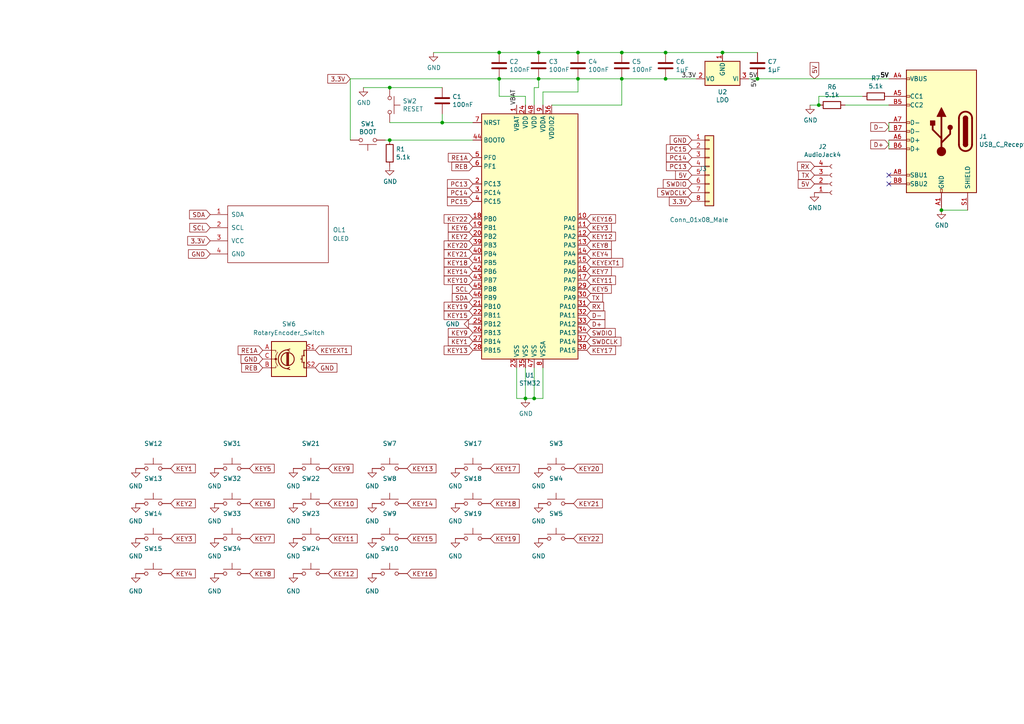
<source format=kicad_sch>
(kicad_sch (version 20231120) (generator "eeschema") (generator_version "8.0")
  (paper "A4")
  (lib_symbols
    (symbol "Connector_Generic:Conn_01x08" (pin_names (offset 1.016) hide)
      (property "Reference" "J" (at 0 10.16 0))
      (property "Value" "Conn_01x08" (at 0 -12.7 0))
      (symbol "Conn_01x08_1_1"
        (rectangle (start -1.27 -10.033) (end 0 -10.287) (stroke (width 0.1524)))
        (rectangle (start -1.27 -7.493) (end 0 -7.747) (stroke (width 0.1524)))
        (rectangle (start -1.27 -4.953) (end 0 -5.207) (stroke (width 0.1524)))
        (rectangle (start -1.27 -2.413) (end 0 -2.667) (stroke (width 0.1524)))
        (rectangle (start -1.27 0.127) (end 0 -0.127) (stroke (width 0.1524)))
        (rectangle (start -1.27 2.667) (end 0 2.413) (stroke (width 0.1524)))
        (rectangle (start -1.27 5.207) (end 0 4.953) (stroke (width 0.1524)))
        (rectangle (start -1.27 7.747) (end 0 7.493) (stroke (width 0.1524)))
        (rectangle (start -1.27 8.89) (end 1.27 -11.43) (stroke (width 0.254)) (fill (type background)))
        (pin passive line (at -5.08 7.62 0) (length 3.81) (name "Pin_1") (number "1"))
        (pin passive line (at -5.08 5.08 0) (length 3.81) (name "Pin_2") (number "2"))
        (pin passive line (at -5.08 2.54 0) (length 3.81) (name "Pin_3") (number "3"))
        (pin passive line (at -5.08 0 0) (length 3.81) (name "Pin_4") (number "4"))
        (pin passive line (at -5.08 -2.54 0) (length 3.81) (name "Pin_5") (number "5"))
        (pin passive line (at -5.08 -5.08 0) (length 3.81) (name "Pin_6") (number "6"))
        (pin passive line (at -5.08 -7.62 0) (length 3.81) (name "Pin_7") (number "7"))
        (pin passive line (at -5.08 -10.16 0) (length 3.81) (name "Pin_8") (number "8"))
      )
    )
    (symbol "Device:C" (pin_numbers hide) (pin_names (offset 0.254))
      (property "Reference" "C" (at 0.635 2.54 0))
      (property "Value" "C" (at 0.635 -2.54 0))
      (symbol "C_0_1"
        (polyline (pts (xy -2.032 -0.762) (xy 2.032 -0.762)) (stroke (width 0.508)))
        (polyline (pts (xy -2.032 0.762) (xy 2.032 0.762)) (stroke (width 0.508)))
      )
      (symbol "C_1_1"
        (pin passive line (at 0 3.81 270) (length 2.794) (name "~") (number "1"))
        (pin passive line (at 0 -3.81 90) (length 2.794) (name "~") (number "2"))
      )
    )
    (symbol "Device:R" (pin_numbers hide) (pin_names (offset 0))
      (property "Reference" "R" (at 2.032 0 90))
      (property "Value" "R" (at 0 0 90))
      (symbol "R_0_1"
        (rectangle (start -1.016 -2.54) (end 1.016 2.54) (stroke (width 0.254)))
      )
      (symbol "R_1_1"
        (pin passive line (at 0 3.81 270) (length 1.27) (name "~") (number "1"))
        (pin passive line (at 0 -3.81 90) (length 1.27) (name "~") (number "2"))
      )
    )
    (symbol "Device:RotaryEncoder_Switch" (pin_names (offset 0.254) hide)
      (property "Reference" "SW" (at 0 6.604 0))
      (property "Value" "RotaryEncoder_Switch" (at 0 -6.604 0))
      (symbol "RotaryEncoder_Switch_0_1"
        (rectangle (start -5.08 5.08) (end 5.08 -5.08) (stroke (width 0.254)) (fill (type background)))
        (circle (center -3.81 0) (radius 0.254) (fill (type outline)))
        (circle (center -0.381 0) (radius 1.905) (stroke (width 0.254)))
        (arc (start -0.381 2.667) (mid -3.0988 -0.0635) (end -0.381 -2.794) (stroke (width 0.254)))
        (polyline (pts (xy -0.635 -1.778) (xy -0.635 1.778)) (stroke (width 0.254)))
        (polyline (pts (xy -0.381 -1.778) (xy -0.381 1.778)) (stroke (width 0.254)))
        (polyline (pts (xy -0.127 1.778) (xy -0.127 -1.778)) (stroke (width 0.254)))
        (polyline (pts (xy 3.81 0) (xy 3.429 0)) (stroke (width 0.254)))
        (polyline (pts (xy 3.81 1.016) (xy 3.81 -1.016)) (stroke (width 0.254)))
        (polyline (pts (xy -5.08 -2.54) (xy -3.81 -2.54) (xy -3.81 -2.032)))
        (polyline (pts (xy -5.08 2.54) (xy -3.81 2.54) (xy -3.81 2.032)))
        (polyline (pts (xy 0.254 -3.048) (xy -0.508 -2.794) (xy 0.127 -2.413)) (stroke (width 0.254)))
        (polyline (pts (xy 0.254 2.921) (xy -0.508 2.667) (xy 0.127 2.286)) (stroke (width 0.254)))
        (polyline (pts (xy 5.08 -2.54) (xy 4.318 -2.54) (xy 4.318 -1.016)) (stroke (width 0.254)))
        (polyline (pts (xy 5.08 2.54) (xy 4.318 2.54) (xy 4.318 1.016)) (stroke (width 0.254)))
        (polyline (pts (xy -5.08 0) (xy -3.81 0) (xy -3.81 -1.016) (xy -3.302 -2.032)))
        (polyline (pts (xy -4.318 0) (xy -3.81 0) (xy -3.81 1.016) (xy -3.302 2.032)))
        (circle (center 4.318 -1.016) (radius 0.127) (stroke (width 0.254)))
        (circle (center 4.318 1.016) (radius 0.127) (stroke (width 0.254)))
      )
      (symbol "RotaryEncoder_Switch_1_1"
        (pin passive line (at -7.62 2.54 0) (length 2.54) (name "A") (number "A"))
        (pin passive line (at -7.62 -2.54 0) (length 2.54) (name "B") (number "B"))
        (pin passive line (at -7.62 0 0) (length 2.54) (name "C") (number "C"))
        (pin passive line (at 7.62 2.54 180) (length 2.54) (name "S1") (number "S1"))
        (pin passive line (at 7.62 -2.54 180) (length 2.54) (name "S2") (number "S2"))
      )
    )
    (symbol "Switch:SW_Push" (pin_numbers hide) (pin_names (offset 1.016) hide)
      (property "Reference" "SW" (at 1.27 2.54 0))
      (property "Value" "SW_Push" (at 0 -1.524 0))
      (symbol "SW_Push_0_1"
        (circle (center -2.032 0) (radius 0.508))
        (polyline (pts (xy 0 1.27) (xy 0 3.048)))
        (polyline (pts (xy 2.54 1.27) (xy -2.54 1.27)))
        (circle (center 2.032 0) (radius 0.508))
        (pin passive line (at -5.08 0 0) (length 2.54) (name "1") (number "1"))
        (pin passive line (at 5.08 0 180) (length 2.54) (name "2") (number "2"))
      )
    )
    (symbol "kbd:OLED" (pin_names (offset 1.016))
      (property "Reference" "OL" (at 0 2.54 0))
      (property "Value" "OLED" (at 0 -1.27 0))
      (symbol "OLED_0_1"
        (rectangle (start -13.97 8.89) (end 15.24 -7.62))
      )
      (symbol "OLED_1_1"
        (pin bidirectional line (at -19.05 6.35 0) (length 5.08) (name "SDA") (number "1"))
        (pin bidirectional line (at -19.05 2.54 0) (length 5.08) (name "SCL") (number "2"))
        (pin power_in line (at -19.05 -1.27 0) (length 5.08) (name "VCC") (number "3"))
        (pin power_in line (at -19.05 -5.08 0) (length 5.08) (name "GND") (number "4"))
      )
    )
    (symbol "power:GND" (power) (pin_numbers hide) (pin_names (offset 0) hide)
      (property "Value" "GND" (at 0 -3.81 0))
      (symbol "GND_0_1"
        (polyline (pts (xy 0 0) (xy 0 -1.27) (xy 1.27 -1.27) (xy 0 -2.54) (xy -1.27 -1.27) (xy 0 -1.27)))
      )
      (symbol "GND_1_1"
        (pin power_in line (at 0 0 270) (length 0) (name "~") (number "1"))
      )
    )
    (symbol "right-rescue:Conn_01x04_Female-Connector" (pin_names (offset 1.016) hide)
      (property "Reference" "J" (at 0 5.08 0))
      (property "Value" "Connector_Conn_01x04_Female" (at 0 -7.62 0))
      (symbol "Conn_01x04_Female-Connector_1_1"
        (arc (start 0 -4.572) (mid -0.508 -5.08) (end 0 -5.588) (stroke (width 0.1524)))
        (arc (start 0 -2.032) (mid -0.508 -2.54) (end 0 -3.048) (stroke (width 0.1524)))
        (polyline (pts (xy -1.27 -5.08) (xy -0.508 -5.08)) (stroke (width 0.1524)))
        (polyline (pts (xy -1.27 -2.54) (xy -0.508 -2.54)) (stroke (width 0.1524)))
        (polyline (pts (xy -1.27 0) (xy -0.508 0)) (stroke (width 0.1524)))
        (polyline (pts (xy -1.27 2.54) (xy -0.508 2.54)) (stroke (width 0.1524)))
        (arc (start 0 0.508) (mid -0.508 0) (end 0 -0.508) (stroke (width 0.1524)))
        (arc (start 0 3.048) (mid -0.508 2.54) (end 0 2.032) (stroke (width 0.1524)))
        (pin passive line (at -5.08 2.54 0) (length 3.81) (name "Pin_1") (number "1"))
        (pin passive line (at -5.08 0 0) (length 3.81) (name "Pin_2") (number "2"))
        (pin passive line (at -5.08 -2.54 0) (length 3.81) (name "Pin_3") (number "3"))
        (pin passive line (at -5.08 -5.08 0) (length 3.81) (name "Pin_4") (number "4"))
      )
    )
    (symbol "right-rescue:GND-power" (power) (pin_names (offset 0))
      (property "Value" "power_GND" (at 0 -3.81 0))
      (symbol "GND-power_0_1"
        (polyline (pts (xy 0 0) (xy 0 -1.27) (xy 1.27 -1.27) (xy 0 -2.54) (xy -1.27 -1.27) (xy 0 -1.27)))
      )
      (symbol "GND-power_1_1"
        (pin power_in line (at 0 0 270) (length 0) hide (name "GND") (number "1"))
      )
    )
    (symbol "right-rescue:MCP1703A-3302_SOT23-Regulator_Linear" (pin_names (offset 0.254))
      (property "Reference" "U" (at -3.81 3.175 0))
      (property "Value" "Regulator_Linear_MCP1703A-3302_SOT23" (at 0 3.175 0))
      (symbol "MCP1703A-3302_SOT23-Regulator_Linear_0_1"
        (rectangle (start -5.08 -5.08) (end 5.08 1.905) (stroke (width 0.254)) (fill (type background)))
      )
      (symbol "MCP1703A-3302_SOT23-Regulator_Linear_1_1"
        (pin power_in line (at 0 -7.62 90) (length 2.54) (name "GND") (number "1"))
        (pin power_out line (at 7.62 0 180) (length 2.54) (name "VO") (number "2"))
        (pin power_in line (at -7.62 0 0) (length 2.54) (name "VI") (number "3"))
      )
    )
    (symbol "right-rescue:STM32F072CBTx-MCU_ST_STM32F0"
      (property "Reference" "U" (at -15.24 36.83 0))
      (property "Value" "MCU_ST_STM32F0_STM32F072CBTx" (at 7.62 36.83 0))
      (symbol "STM32F072CBTx-MCU_ST_STM32F0_0_1"
        (rectangle (start -15.24 -35.56) (end 12.7 35.56) (stroke (width 0.254)) (fill (type background)))
      )
      (symbol "STM32F072CBTx-MCU_ST_STM32F0_1_1"
        (pin power_in line (at -5.08 38.1 270) (length 2.54) (name "VBAT") (number "1"))
        (pin bidirectional line (at 15.24 5.08 180) (length 2.54) (name "PA0") (number "10"))
        (pin bidirectional line (at 15.24 2.54 180) (length 2.54) (name "PA1") (number "11"))
        (pin bidirectional line (at 15.24 0 180) (length 2.54) (name "PA2") (number "12"))
        (pin bidirectional line (at 15.24 -2.54 180) (length 2.54) (name "PA3") (number "13"))
        (pin bidirectional line (at 15.24 -5.08 180) (length 2.54) (name "PA4") (number "14"))
        (pin bidirectional line (at 15.24 -7.62 180) (length 2.54) (name "PA5") (number "15"))
        (pin bidirectional line (at 15.24 -10.16 180) (length 2.54) (name "PA6") (number "16"))
        (pin bidirectional line (at 15.24 -12.7 180) (length 2.54) (name "PA7") (number "17"))
        (pin bidirectional line (at -17.78 5.08 0) (length 2.54) (name "PB0") (number "18"))
        (pin bidirectional line (at -17.78 2.54 0) (length 2.54) (name "PB1") (number "19"))
        (pin bidirectional line (at -17.78 15.24 0) (length 2.54) (name "PC13") (number "2"))
        (pin bidirectional line (at -17.78 0 0) (length 2.54) (name "PB2") (number "20"))
        (pin bidirectional line (at -17.78 -20.32 0) (length 2.54) (name "PB10") (number "21"))
        (pin bidirectional line (at -17.78 -22.86 0) (length 2.54) (name "PB11") (number "22"))
        (pin power_in line (at -5.08 -38.1 90) (length 2.54) (name "VSS") (number "23"))
        (pin power_in line (at -2.54 38.1 270) (length 2.54) (name "VDD") (number "24"))
        (pin bidirectional line (at -17.78 -25.4 0) (length 2.54) (name "PB12") (number "25"))
        (pin bidirectional line (at -17.78 -27.94 0) (length 2.54) (name "PB13") (number "26"))
        (pin bidirectional line (at -17.78 -30.48 0) (length 2.54) (name "PB14") (number "27"))
        (pin bidirectional line (at -17.78 -33.02 0) (length 2.54) (name "PB15") (number "28"))
        (pin bidirectional line (at 15.24 -15.24 180) (length 2.54) (name "PA8") (number "29"))
        (pin bidirectional line (at -17.78 12.7 0) (length 2.54) (name "PC14") (number "3"))
        (pin bidirectional line (at 15.24 -17.78 180) (length 2.54) (name "PA9") (number "30"))
        (pin bidirectional line (at 15.24 -20.32 180) (length 2.54) (name "PA10") (number "31"))
        (pin bidirectional line (at 15.24 -22.86 180) (length 2.54) (name "PA11") (number "32"))
        (pin bidirectional line (at 15.24 -25.4 180) (length 2.54) (name "PA12") (number "33"))
        (pin bidirectional line (at 15.24 -27.94 180) (length 2.54) (name "PA13") (number "34"))
        (pin power_in line (at -2.54 -38.1 90) (length 2.54) (name "VSS") (number "35"))
        (pin power_in line (at 5.08 38.1 270) (length 2.54) (name "VDDIO2") (number "36"))
        (pin bidirectional line (at 15.24 -30.48 180) (length 2.54) (name "PA14") (number "37"))
        (pin bidirectional line (at 15.24 -33.02 180) (length 2.54) (name "PA15") (number "38"))
        (pin bidirectional line (at -17.78 -2.54 0) (length 2.54) (name "PB3") (number "39"))
        (pin bidirectional line (at -17.78 10.16 0) (length 2.54) (name "PC15") (number "4"))
        (pin bidirectional line (at -17.78 -5.08 0) (length 2.54) (name "PB4") (number "40"))
        (pin bidirectional line (at -17.78 -7.62 0) (length 2.54) (name "PB5") (number "41"))
        (pin bidirectional line (at -17.78 -10.16 0) (length 2.54) (name "PB6") (number "42"))
        (pin bidirectional line (at -17.78 -12.7 0) (length 2.54) (name "PB7") (number "43"))
        (pin input line (at -17.78 27.94 0) (length 2.54) (name "BOOT0") (number "44"))
        (pin bidirectional line (at -17.78 -15.24 0) (length 2.54) (name "PB8") (number "45"))
        (pin bidirectional line (at -17.78 -17.78 0) (length 2.54) (name "PB9") (number "46"))
        (pin power_in line (at 0 -38.1 90) (length 2.54) (name "VSS") (number "47"))
        (pin power_in line (at 0 38.1 270) (length 2.54) (name "VDD") (number "48"))
        (pin input line (at -17.78 22.86 0) (length 2.54) (name "PF0") (number "5"))
        (pin input line (at -17.78 20.32 0) (length 2.54) (name "PF1") (number "6"))
        (pin input line (at -17.78 33.02 0) (length 2.54) (name "NRST") (number "7"))
        (pin power_in line (at 2.54 -38.1 90) (length 2.54) (name "VSSA") (number "8"))
        (pin power_in line (at 2.54 38.1 270) (length 2.54) (name "VDDA") (number "9"))
      )
    )
    (symbol "right-rescue:USB_C_Receptacle_USB2.0-Connector" (pin_names (offset 1.016))
      (property "Reference" "J" (at -10.16 19.05 0))
      (property "Value" "Connector_USB_C_Receptacle_USB2.0" (at 19.05 19.05 0))
      (symbol "USB_C_Receptacle_USB2.0-Connector_0_0"
        (rectangle (start -0.254 -17.78) (end 0.254 -16.764))
        (rectangle (start 10.16 -14.986) (end 9.144 -15.494))
        (rectangle (start 10.16 -12.446) (end 9.144 -12.954))
        (rectangle (start 10.16 -4.826) (end 9.144 -5.334))
        (rectangle (start 10.16 -2.286) (end 9.144 -2.794))
        (rectangle (start 10.16 0.254) (end 9.144 -0.254))
        (rectangle (start 10.16 2.794) (end 9.144 2.286))
        (rectangle (start 10.16 7.874) (end 9.144 7.366))
        (rectangle (start 10.16 10.414) (end 9.144 9.906))
        (rectangle (start 10.16 15.494) (end 9.144 14.986))
      )
      (symbol "USB_C_Receptacle_USB2.0-Connector_0_1"
        (rectangle (start -10.16 17.78) (end 10.16 -17.78) (stroke (width 0.254)) (fill (type background)))
        (arc (start -8.89 -3.81) (mid -6.985 -5.715) (end -5.08 -3.81) (stroke (width 0.508)))
        (arc (start -7.62 -3.81) (mid -6.985 -4.445) (end -6.35 -3.81) (stroke (width 0.254)))
        (arc (start -7.62 -3.81) (mid -6.985 -4.445) (end -6.35 -3.81) (stroke (width 0.254)) (fill (type outline)))
        (rectangle (start -7.62 -3.81) (end -6.35 3.81) (stroke (width 0.254)) (fill (type outline)))
        (arc (start -6.35 3.81) (mid -6.985 4.445) (end -7.62 3.81) (stroke (width 0.254)))
        (arc (start -6.35 3.81) (mid -6.985 4.445) (end -7.62 3.81) (stroke (width 0.254)) (fill (type outline)))
        (arc (start -5.08 3.81) (mid -6.985 5.715) (end -8.89 3.81) (stroke (width 0.508)))
        (circle (center -2.54 1.143) (radius 0.635) (stroke (width 0.254)) (fill (type outline)))
        (circle (center 0 -5.842) (radius 1.27) (fill (type outline)))
        (polyline (pts (xy -8.89 -3.81) (xy -8.89 3.81)) (stroke (width 0.508)))
        (polyline (pts (xy -5.08 3.81) (xy -5.08 -3.81)) (stroke (width 0.508)))
        (polyline (pts (xy 0 -5.842) (xy 0 4.318)) (stroke (width 0.508)))
        (polyline (pts (xy 0 -3.302) (xy -2.54 -0.762) (xy -2.54 0.508)) (stroke (width 0.508)))
        (polyline (pts (xy 0 -2.032) (xy 2.54 0.508) (xy 2.54 1.778)) (stroke (width 0.508)))
        (polyline (pts (xy -1.27 4.318) (xy 0 6.858) (xy 1.27 4.318) (xy -1.27 4.318)) (stroke (width 0.254)) (fill (type outline)))
        (rectangle (start 1.905 1.778) (end 3.175 3.048) (stroke (width 0.254)) (fill (type outline)))
      )
      (symbol "USB_C_Receptacle_USB2.0-Connector_1_1"
        (pin power_in line (at 0 -22.86 90) (length 5.08) (name "GND") (number "A1"))
        (pin passive line (at 0 -22.86 90) (length 5.08) hide (name "GND") (number "A12"))
        (pin power_in line (at 15.24 15.24 180) (length 5.08) (name "VBUS") (number "A4"))
        (pin bidirectional line (at 15.24 10.16 180) (length 5.08) (name "CC1") (number "A5"))
        (pin bidirectional line (at 15.24 -2.54 180) (length 5.08) (name "D+") (number "A6"))
        (pin bidirectional line (at 15.24 2.54 180) (length 5.08) (name "D-") (number "A7"))
        (pin bidirectional line (at 15.24 -12.7 180) (length 5.08) (name "SBU1") (number "A8"))
        (pin passive line (at 15.24 15.24 180) (length 5.08) hide (name "VBUS") (number "A9"))
        (pin passive line (at 0 -22.86 90) (length 5.08) hide (name "GND") (number "B1"))
        (pin passive line (at 0 -22.86 90) (length 5.08) hide (name "GND") (number "B12"))
        (pin passive line (at 15.24 15.24 180) (length 5.08) hide (name "VBUS") (number "B4"))
        (pin bidirectional line (at 15.24 7.62 180) (length 5.08) (name "CC2") (number "B5"))
        (pin bidirectional line (at 15.24 -5.08 180) (length 5.08) (name "D+") (number "B6"))
        (pin bidirectional line (at 15.24 0 180) (length 5.08) (name "D-") (number "B7"))
        (pin bidirectional line (at 15.24 -15.24 180) (length 5.08) (name "SBU2") (number "B8"))
        (pin passive line (at 15.24 15.24 180) (length 5.08) hide (name "VBUS") (number "B9"))
        (pin passive line (at -7.62 -22.86 90) (length 5.08) (name "SHIELD") (number "S1"))
      )
    )
  )
  (junction (at 193.04 22.86))
  (junction (at 113.03 40.64))
  (junction (at 193.04 15.24))
  (junction (at 156.21 15.24))
  (junction (at 154.94 115.57))
  (junction (at 113.03 25.4))
  (junction (at 180.34 22.86))
  (junction (at 144.78 15.24))
  (junction (at 144.78 22.86))
  (junction (at 209.55 15.24))
  (junction (at 167.64 22.86))
  (junction (at 152.4 115.57))
  (junction (at 156.21 22.86))
  (junction (at 180.34 15.24))
  (junction (at 273.05 60.96))
  (junction (at 128.27 35.56))
  (junction (at 219.71 22.86))
  (junction (at 167.64 15.24))
  (junction (at 237.49 30.48))
  (no_connect (at 257.81 50.8))
  (no_connect (at 257.81 53.34))
  (wire (pts (xy 154.94 25.4) (xy 156.21 25.4)))
  (wire (pts (xy 219.71 22.86) (xy 257.81 22.86)))
  (wire (pts (xy 101.6 40.64) (xy 101.6 22.86)))
  (wire (pts (xy 149.86 115.57) (xy 152.4 115.57)))
  (wire (pts (xy 144.78 15.24) (xy 156.21 15.24)))
  (wire (pts (xy 180.34 15.24) (xy 193.04 15.24)))
  (wire (pts (xy 113.03 25.4) (xy 128.27 25.4)))
  (wire (pts (xy 154.94 30.48) (xy 154.94 25.4)))
  (wire (pts (xy 152.4 27.94) (xy 144.78 27.94)))
  (wire (pts (xy 180.34 30.48) (xy 180.34 22.86)))
  (wire (pts (xy 113.03 40.64) (xy 137.16 40.64)))
  (wire (pts (xy 219.71 15.24) (xy 209.55 15.24)))
  (wire (pts (xy 167.64 15.24) (xy 180.34 15.24)))
  (wire (pts (xy 125.73 15.24) (xy 144.78 15.24)))
  (wire (pts (xy 180.34 22.86) (xy 193.04 22.86)))
  (wire (pts (xy 154.94 106.68) (xy 154.94 115.57)))
  (wire (pts (xy 111.76 40.64) (xy 113.03 40.64)))
  (wire (pts (xy 113.03 35.56) (xy 128.27 35.56)))
  (wire (pts (xy 101.6 22.86) (xy 144.78 22.86)))
  (wire (pts (xy 128.27 35.56) (xy 128.27 33.02)))
  (wire (pts (xy 250.19 27.94) (xy 237.49 27.94)))
  (wire (pts (xy 167.64 22.86) (xy 180.34 22.86)))
  (wire (pts (xy 167.64 26.67) (xy 157.48 26.67)))
  (wire (pts (xy 157.48 106.68) (xy 157.48 115.57)))
  (wire (pts (xy 280.67 60.96) (xy 273.05 60.96)))
  (wire (pts (xy 128.27 35.56) (xy 137.16 35.56)))
  (wire (pts (xy 257.81 35.56) (xy 257.81 38.1)))
  (wire (pts (xy 156.21 22.86) (xy 167.64 22.86)))
  (wire (pts (xy 257.81 40.64) (xy 257.81 43.18)))
  (wire (pts (xy 245.11 30.48) (xy 257.81 30.48)))
  (wire (pts (xy 193.04 22.86) (xy 201.93 22.86)))
  (wire (pts (xy 237.49 27.94) (xy 237.49 30.48)))
  (wire (pts (xy 149.86 106.68) (xy 149.86 115.57)))
  (wire (pts (xy 157.48 26.67) (xy 157.48 30.48)))
  (wire (pts (xy 157.48 115.57) (xy 154.94 115.57)))
  (wire (pts (xy 152.4 30.48) (xy 152.4 27.94)))
  (wire (pts (xy 156.21 25.4) (xy 156.21 22.86)))
  (wire (pts (xy 154.94 115.57) (xy 152.4 115.57)))
  (wire (pts (xy 156.21 15.24) (xy 167.64 15.24)))
  (wire (pts (xy 113.03 25.4) (xy 105.41 25.4)))
  (wire (pts (xy 167.64 22.86) (xy 167.64 26.67)))
  (wire (pts (xy 144.78 27.94) (xy 144.78 22.86)))
  (wire (pts (xy 234.95 30.48) (xy 237.49 30.48)))
  (wire (pts (xy 144.78 22.86) (xy 156.21 22.86)))
  (wire (pts (xy 193.04 15.24) (xy 209.55 15.24)))
  (wire (pts (xy 219.71 22.86) (xy 217.17 22.86)))
  (wire (pts (xy 152.4 106.68) (xy 152.4 115.57)))
  (wire (pts (xy 160.02 30.48) (xy 180.34 30.48)))
  (label "5V" (at 217.17 22.86 0))
  (label "5V" (at 257.81 22.86 180))
  (label "5V" (at 257.81 22.86 180))
  (label "5V" (at 219.71 22.86 270))
  (label "5V" (at 257.81 22.86 180))
  (label "5V" (at 257.81 22.86 180))
  (label "VBAT" (at 149.86 30.48 90))
  (label "5V" (at 257.81 22.86 180))
  (label "5V" (at 257.81 22.86 180))
  (label "5V" (at 257.81 22.86 180))
  (label "5V" (at 257.81 22.86 180))
  (label "5V" (at 257.81 22.86 180))
  (label "5V" (at 257.81 22.86 180))
  (label "3.3V" (at 201.93 22.86 180))
  (label "5V" (at 257.81 22.86 180))
  (global_label "KEY12" (shape input) (at 95.25 166.37 0) (property "Intersheetrefs" "${INTERSHEET_REFS}" (effects (hide yes))))
  (global_label "SWDCLK" (shape input) (at 170.18 99.06 0) (property "Intersheetrefs" "${INTERSHEET_REFS}" (effects (hide yes))))
  (global_label "KEY20" (shape input) (at 166.37 135.89 0) (property "Intersheetrefs" "${INTERSHEET_REFS}" (effects (hide yes))))
  (global_label "KEY13" (shape input) (at 118.11 135.89 0) (property "Intersheetrefs" "${INTERSHEET_REFS}" (effects (hide yes))))
  (global_label "5V" (shape input) (at 236.22 53.34 180) (property "Intersheetrefs" "${INTERSHEET_REFS}" (effects (hide yes))))
  (global_label "KEYEXT1" (shape input) (at 91.44 101.6 0) (property "Intersheetrefs" "${INTERSHEET_REFS}" (effects (hide yes))))
  (global_label "REB" (shape input) (at 137.16 48.26 180) (property "Intersheetrefs" "${INTERSHEET_REFS}" (effects (hide yes))))
  (global_label "KEY3" (shape input) (at 170.18 66.04 0) (property "Intersheetrefs" "${INTERSHEET_REFS}" (effects (hide yes))))
  (global_label "TX" (shape input) (at 170.18 86.36 0) (property "Intersheetrefs" "${INTERSHEET_REFS}" (effects (hide yes))))
  (global_label "KEY6" (shape input) (at 72.39 146.05 0) (property "Intersheetrefs" "${INTERSHEET_REFS}" (effects (hide yes))))
  (global_label "KEY11" (shape input) (at 170.18 81.28 0) (property "Intersheetrefs" "${INTERSHEET_REFS}" (effects (hide yes))))
  (global_label "PC15" (shape input) (at 200.66 43.18 180) (property "Intersheetrefs" "${INTERSHEET_REFS}" (effects (hide yes))))
  (global_label "D-" (shape input) (at 170.18 91.44 0) (property "Intersheetrefs" "${INTERSHEET_REFS}" (effects (hide yes))))
  (global_label "KEY5" (shape input) (at 72.39 135.89 0) (property "Intersheetrefs" "${INTERSHEET_REFS}" (effects (hide yes))))
  (global_label "GND" (shape input) (at 60.96 73.66 180) (property "Intersheetrefs" "${INTERSHEET_REFS}" (effects (hide yes))))
  (global_label "PC14" (shape input) (at 137.16 55.88 180) (property "Intersheetrefs" "${INTERSHEET_REFS}" (effects (hide yes))))
  (global_label "PC13" (shape input) (at 137.16 53.34 180) (property "Intersheetrefs" "${INTERSHEET_REFS}" (effects (hide yes))))
  (global_label "KEY22" (shape input) (at 166.37 156.21 0) (property "Intersheetrefs" "${INTERSHEET_REFS}" (effects (hide yes))))
  (global_label "D+" (shape input) (at 257.81 41.91 180) (property "Intersheetrefs" "${INTERSHEET_REFS}" (effects (hide yes))))
  (global_label "KEY22" (shape input) (at 137.16 63.5 180) (property "Intersheetrefs" "${INTERSHEET_REFS}" (effects (hide yes))))
  (global_label "5V" (shape input) (at 236.22 22.86 90) (property "Intersheetrefs" "${INTERSHEET_REFS}" (effects (hide yes))))
  (global_label "KEY21" (shape input) (at 137.16 73.66 180) (property "Intersheetrefs" "${INTERSHEET_REFS}" (effects (hide yes))))
  (global_label "KEYEXT1" (shape input) (at 170.18 76.2 0) (property "Intersheetrefs" "${INTERSHEET_REFS}" (effects (hide yes))))
  (global_label "KEY8" (shape input) (at 72.39 166.37 0) (property "Intersheetrefs" "${INTERSHEET_REFS}" (effects (hide yes))))
  (global_label "KEY13" (shape input) (at 137.16 101.6 180) (property "Intersheetrefs" "${INTERSHEET_REFS}" (effects (hide yes))))
  (global_label "KEY2" (shape input) (at 49.53 146.05 0) (property "Intersheetrefs" "${INTERSHEET_REFS}" (effects (hide yes))))
  (global_label "GND" (shape input) (at 91.44 106.68 0) (property "Intersheetrefs" "${INTERSHEET_REFS}" (effects (hide yes))))
  (global_label "KEY14" (shape input) (at 137.16 78.74 180) (property "Intersheetrefs" "${INTERSHEET_REFS}" (effects (hide yes))))
  (global_label "KEY1" (shape input) (at 49.53 135.89 0) (property "Intersheetrefs" "${INTERSHEET_REFS}" (effects (hide yes))))
  (global_label "SCL" (shape input) (at 137.16 83.82 180) (property "Intersheetrefs" "${INTERSHEET_REFS}" (effects (hide yes))))
  (global_label "KEY19" (shape input) (at 137.16 88.9 180) (property "Intersheetrefs" "${INTERSHEET_REFS}" (effects (hide yes))))
  (global_label "RE1A" (shape input) (at 76.2 101.6 180) (property "Intersheetrefs" "${INTERSHEET_REFS}" (effects (hide yes))))
  (global_label "KEY1" (shape input) (at 137.16 99.06 180) (property "Intersheetrefs" "${INTERSHEET_REFS}" (effects (hide yes))))
  (global_label "KEY4" (shape input) (at 170.18 73.66 0) (property "Intersheetrefs" "${INTERSHEET_REFS}" (effects (hide yes))))
  (global_label "REB" (shape input) (at 76.2 106.68 180) (property "Intersheetrefs" "${INTERSHEET_REFS}" (effects (hide yes))))
  (global_label "GND" (shape input) (at 200.66 40.64 180) (property "Intersheetrefs" "${INTERSHEET_REFS}" (effects (hide yes))))
  (global_label "KEY2" (shape input) (at 137.16 68.58 180) (property "Intersheetrefs" "${INTERSHEET_REFS}" (effects (hide yes))))
  (global_label "3.3V" (shape input) (at 101.6 22.86 180) (property "Intersheetrefs" "${INTERSHEET_REFS}" (effects (hide yes))))
  (global_label "KEY16" (shape input) (at 118.11 166.37 0) (property "Intersheetrefs" "${INTERSHEET_REFS}" (effects (hide yes))))
  (global_label "D+" (shape input) (at 170.18 93.98 0) (property "Intersheetrefs" "${INTERSHEET_REFS}" (effects (hide yes))))
  (global_label "SDA" (shape input) (at 137.16 86.36 180) (property "Intersheetrefs" "${INTERSHEET_REFS}" (effects (hide yes))))
  (global_label "KEY11" (shape input) (at 95.25 156.21 0) (property "Intersheetrefs" "${INTERSHEET_REFS}" (effects (hide yes))))
  (global_label "KEY19" (shape input) (at 142.24 156.21 0) (property "Intersheetrefs" "${INTERSHEET_REFS}" (effects (hide yes))))
  (global_label "SWDIO" (shape input) (at 200.66 53.34 180) (property "Intersheetrefs" "${INTERSHEET_REFS}" (effects (hide yes))))
  (global_label "RX" (shape input) (at 236.22 48.26 180) (property "Intersheetrefs" "${INTERSHEET_REFS}" (effects (hide yes))))
  (global_label "KEY17" (shape input) (at 142.24 135.89 0) (property "Intersheetrefs" "${INTERSHEET_REFS}" (effects (hide yes))))
  (global_label "SWDIO" (shape input) (at 170.18 96.52 0) (property "Intersheetrefs" "${INTERSHEET_REFS}" (effects (hide yes))))
  (global_label "KEY5" (shape input) (at 170.18 83.82 0) (property "Intersheetrefs" "${INTERSHEET_REFS}" (effects (hide yes))))
  (global_label "TX" (shape input) (at 236.22 50.8 180) (property "Intersheetrefs" "${INTERSHEET_REFS}" (effects (hide yes))))
  (global_label "KEY16" (shape input) (at 170.18 63.5 0) (property "Intersheetrefs" "${INTERSHEET_REFS}" (effects (hide yes))))
  (global_label "PC13" (shape input) (at 200.66 48.26 180) (property "Intersheetrefs" "${INTERSHEET_REFS}" (effects (hide yes))))
  (global_label "D-" (shape input) (at 257.81 36.83 180) (property "Intersheetrefs" "${INTERSHEET_REFS}" (effects (hide yes))))
  (global_label "KEY15" (shape input) (at 137.16 91.44 180) (property "Intersheetrefs" "${INTERSHEET_REFS}" (effects (hide yes))))
  (global_label "3.3V" (shape input) (at 60.96 69.85 180) (property "Intersheetrefs" "${INTERSHEET_REFS}" (effects (hide yes))))
  (global_label "SCL" (shape input) (at 60.96 66.04 180) (property "Intersheetrefs" "${INTERSHEET_REFS}" (effects (hide yes))))
  (global_label "KEY7" (shape input) (at 170.18 78.74 0) (property "Intersheetrefs" "${INTERSHEET_REFS}" (effects (hide yes))))
  (global_label "KEY17" (shape input) (at 170.18 101.6 0) (property "Intersheetrefs" "${INTERSHEET_REFS}" (effects (hide yes))))
  (global_label "KEY10" (shape input) (at 137.16 81.28 180) (property "Intersheetrefs" "${INTERSHEET_REFS}" (effects (hide yes))))
  (global_label "KEY21" (shape input) (at 166.37 146.05 0) (property "Intersheetrefs" "${INTERSHEET_REFS}" (effects (hide yes))))
  (global_label "KEY9" (shape input) (at 137.16 96.52 180) (property "Intersheetrefs" "${INTERSHEET_REFS}" (effects (hide yes))))
  (global_label "RE1A" (shape input) (at 137.16 45.72 180) (property "Intersheetrefs" "${INTERSHEET_REFS}" (effects (hide yes))))
  (global_label "KEY20" (shape input) (at 137.16 71.12 180) (property "Intersheetrefs" "${INTERSHEET_REFS}" (effects (hide yes))))
  (global_label "SDA" (shape input) (at 60.96 62.23 180) (property "Intersheetrefs" "${INTERSHEET_REFS}" (effects (hide yes))))
  (global_label "GND" (shape input) (at 76.2 104.14 180) (property "Intersheetrefs" "${INTERSHEET_REFS}" (effects (hide yes))))
  (global_label "KEY3" (shape input) (at 49.53 156.21 0) (property "Intersheetrefs" "${INTERSHEET_REFS}" (effects (hide yes))))
  (global_label "5V" (shape input) (at 200.66 50.8 180) (property "Intersheetrefs" "${INTERSHEET_REFS}" (effects (hide yes))))
  (global_label "KEY8" (shape input) (at 170.18 71.12 0) (property "Intersheetrefs" "${INTERSHEET_REFS}" (effects (hide yes))))
  (global_label "KEY4" (shape input) (at 49.53 166.37 0) (property "Intersheetrefs" "${INTERSHEET_REFS}" (effects (hide yes))))
  (global_label "RX" (shape input) (at 170.18 88.9 0) (property "Intersheetrefs" "${INTERSHEET_REFS}" (effects (hide yes))))
  (global_label "KEY18" (shape input) (at 142.24 146.05 0) (property "Intersheetrefs" "${INTERSHEET_REFS}" (effects (hide yes))))
  (global_label "KEY6" (shape input) (at 137.16 66.04 180) (property "Intersheetrefs" "${INTERSHEET_REFS}" (effects (hide yes))))
  (global_label "PC14" (shape input) (at 200.66 45.72 180) (property "Intersheetrefs" "${INTERSHEET_REFS}" (effects (hide yes))))
  (global_label "KEY9" (shape input) (at 95.25 135.89 0) (property "Intersheetrefs" "${INTERSHEET_REFS}" (effects (hide yes))))
  (global_label "KEY15" (shape input) (at 118.11 156.21 0) (property "Intersheetrefs" "${INTERSHEET_REFS}" (effects (hide yes))))
  (global_label "KEY12" (shape input) (at 170.18 68.58 0) (property "Intersheetrefs" "${INTERSHEET_REFS}" (effects (hide yes))))
  (global_label "KEY10" (shape input) (at 95.25 146.05 0) (property "Intersheetrefs" "${INTERSHEET_REFS}" (effects (hide yes))))
  (global_label "KEY14" (shape input) (at 118.11 146.05 0) (property "Intersheetrefs" "${INTERSHEET_REFS}" (effects (hide yes))))
  (global_label "3.3V" (shape input) (at 200.66 58.42 180) (property "Intersheetrefs" "${INTERSHEET_REFS}" (effects (hide yes))))
  (global_label "SWDCLK" (shape input) (at 200.66 55.88 180) (property "Intersheetrefs" "${INTERSHEET_REFS}" (effects (hide yes))))
  (global_label "PC15" (shape input) (at 137.16 58.42 180) (property "Intersheetrefs" "${INTERSHEET_REFS}" (effects (hide yes))))
  (global_label "KEY7" (shape input) (at 72.39 156.21 0) (property "Intersheetrefs" "${INTERSHEET_REFS}" (effects (hide yes))))
  (global_label "KEY18" (shape input) (at 137.16 76.2 180) (property "Intersheetrefs" "${INTERSHEET_REFS}" (effects (hide yes))))
  (symbol (lib_id "right-rescue:STM32F072CBTx-MCU_ST_STM32F0") (at 154.94 68.58 0) (unit 1)
    (property "Reference" "U1" (at 153.67 108.8644 0))
    (property "Value" "STM32" (at 153.67 111.1758 0))
    (property "Footprint" "Package_QFP:LQFP-48_7x7mm_P0.5mm" (effects (hide yes)))
    (property "Datasheet" "http://www.st.com/st-web-ui/static/active/en/resource/technical/document/datasheet/DM00090510.pdf" (effects (hide yes)))
  )
  (symbol (lib_id "Device:C") (at 144.78 19.05 0) (unit 1)
    (property "Reference" "C2" (at 147.701 17.8816 0) (effects (justify left)))
    (property "Value" "100nF" (at 147.701 20.193 0) (effects (justify left)))
    (property "Footprint" "Capacitor_SMD:C_0805_2012Metric_Pad1.15x1.40mm_HandSolder" (effects (hide yes)))
  )
  (symbol (lib_id "Device:C") (at 156.21 19.05 0) (unit 1)
    (property "Reference" "C3" (at 159.131 17.8816 0) (effects (justify left)))
    (property "Value" "100nF" (at 159.131 20.193 0) (effects (justify left)))
    (property "Footprint" "Capacitor_SMD:C_0805_2012Metric_Pad1.15x1.40mm_HandSolder" (effects (hide yes)))
  )
  (symbol (lib_id "Device:C") (at 167.64 19.05 0) (unit 1)
    (property "Reference" "C4" (at 170.561 17.8816 0) (effects (justify left)))
    (property "Value" "100nF" (at 170.561 20.193 0) (effects (justify left)))
    (property "Footprint" "Capacitor_SMD:C_0805_2012Metric_Pad1.15x1.40mm_HandSolder" (effects (hide yes)))
  )
  (symbol (lib_id "Device:C") (at 180.34 19.05 0) (unit 1)
    (property "Reference" "C5" (at 183.261 17.8816 0) (effects (justify left)))
    (property "Value" "100nF" (at 183.261 20.193 0) (effects (justify left)))
    (property "Footprint" "Capacitor_SMD:C_0805_2012Metric_Pad1.15x1.40mm_HandSolder" (effects (hide yes)))
  )
  (symbol (lib_id "Device:C") (at 219.71 19.05 0) (unit 1)
    (property "Reference" "C7" (at 222.631 17.8816 0) (effects (justify left)))
    (property "Value" "1µF" (at 222.631 20.193 0) (effects (justify left)))
    (property "Footprint" "Capacitor_SMD:C_0805_2012Metric_Pad1.15x1.40mm_HandSolder" (effects (hide yes)))
  )
  (symbol (lib_id "right-rescue:GND-power") (at 152.4 115.57 0) (unit 1)
    (property "Reference" "#PWR0101" (effects (hide yes)))
    (property "Value" "GND" (at 152.527 119.9642 0))
  )
  (symbol (lib_id "right-rescue:GND-power") (at 125.73 15.24 0) (unit 1)
    (property "Reference" "#PWR0102" (effects (hide yes)))
    (property "Value" "GND" (at 125.857 19.6342 0))
  )
  (symbol (lib_id "Device:C") (at 128.27 29.21 0) (unit 1)
    (property "Reference" "C1" (at 131.191 28.0416 0) (effects (justify left)))
    (property "Value" "100nF" (at 131.191 30.353 0) (effects (justify left)))
    (property "Footprint" "Capacitor_SMD:C_0805_2012Metric_Pad1.15x1.40mm_HandSolder" (effects (hide yes)))
  )
  (symbol (lib_id "Switch:SW_Push") (at 113.03 30.48 270) (unit 1)
    (property "Reference" "SW2" (at 116.7892 29.3116 90) (effects (justify left)))
    (property "Value" "RESET" (at 116.7892 31.623 90) (effects (justify left)))
    (property "Footprint" "Button_Switch_SMD:SW_SPST_CK_RS282G05A3" (effects (hide yes)))
  )
  (symbol (lib_id "right-rescue:GND-power") (at 105.41 25.4 0) (unit 1)
    (property "Reference" "#PWR0103" (effects (hide yes)))
    (property "Value" "GND" (at 105.537 29.7942 0))
  )
  (symbol (lib_id "Switch:SW_Push") (at 106.68 40.64 180) (unit 1)
    (property "Reference" "SW1" (at 106.68 35.941 0))
    (property "Value" "BOOT" (at 106.68 38.2524 0))
    (property "Footprint" "Button_Switch_SMD:SW_SPST_CK_RS282G05A3" (effects (hide yes)))
  )
  (symbol (lib_id "Device:R") (at 113.03 44.45 0) (unit 1)
    (property "Reference" "R1" (at 114.808 43.2816 0) (effects (justify left)))
    (property "Value" "5.1k" (at 114.808 45.593 0) (effects (justify left)))
    (property "Footprint" "Resistor_SMD:R_0805_2012Metric_Pad1.15x1.40mm_HandSolder" (effects (hide yes)))
  )
  (symbol (lib_id "right-rescue:GND-power") (at 113.03 48.26 0) (unit 1)
    (property "Reference" "#PWR0104" (effects (hide yes)))
    (property "Value" "GND" (at 113.157 52.6542 0))
  )
  (symbol (lib_id "right-rescue:MCP1703A-3302_SOT23-Regulator_Linear") (at 209.55 22.86 180) (unit 1)
    (property "Reference" "U2" (at 209.55 26.67 0))
    (property "Value" "LDO" (at 209.55 28.9814 0))
    (property "Footprint" "Package_TO_SOT_SMD:SOT-23" (effects (hide yes)))
    (property "Datasheet" "http://www.ti.com/lit/ds/symlink/lm3480.pdf" (effects (hide yes)))
  )
  (symbol (lib_id "right-rescue:GND-power") (at 273.05 60.96 0) (unit 1)
    (property "Reference" "#PWR0105" (effects (hide yes)))
    (property "Value" "GND" (at 273.177 65.3542 0))
  )
  (symbol (lib_id "Device:R") (at 254 27.94 270) (unit 1)
    (property "Reference" "R7" (at 254 22.6822 90))
    (property "Value" "5.1k" (at 254 24.9936 90))
    (property "Footprint" "Resistor_SMD:R_0805_2012Metric_Pad1.15x1.40mm_HandSolder" (effects (hide yes)))
  )
  (symbol (lib_id "Device:R") (at 241.3 30.48 270) (mirror x) (unit 1)
    (property "Reference" "R6" (at 241.3 25.2222 90))
    (property "Value" "5.1k" (at 241.3 27.5336 90))
    (property "Footprint" "Resistor_SMD:R_0805_2012Metric_Pad1.15x1.40mm_HandSolder" (effects (hide yes)))
  )
  (symbol (lib_id "right-rescue:GND-power") (at 234.95 30.48 0) (unit 1)
    (property "Reference" "#PWR0106" (effects (hide yes)))
    (property "Value" "GND" (at 235.077 34.8742 0))
  )
  (symbol (lib_id "Device:C") (at 193.04 19.05 0) (unit 1)
    (property "Reference" "C6" (at 195.961 17.8816 0) (effects (justify left)))
    (property "Value" "1µF" (at 195.961 20.193 0) (effects (justify left)))
    (property "Footprint" "Capacitor_SMD:C_0805_2012Metric_Pad1.15x1.40mm_HandSolder" (effects (hide yes)))
  )
  (symbol (lib_id "Switch:SW_Push") (at 113.03 156.21 0) (mirror y) (unit 1)
    (property "Reference" "SW9" (at 113.03 148.971 0))
    (property "Value" "SW_Push" (effects (hide yes)))
    (property "Footprint" "custom:CherryMX_Choc_MXHotswap_1u" (effects (hide yes)))
  )
  (symbol (lib_id "Switch:SW_Push") (at 113.03 166.37 0) (mirror y) (unit 1)
    (property "Reference" "SW10" (at 113.03 159.131 0))
    (property "Value" "SW_Push" (effects (hide yes)))
    (property "Footprint" "custom:CherryMX_Choc_MXHotswap_1u" (effects (hide yes)))
  )
  (symbol (lib_id "Switch:SW_Push") (at 113.03 146.05 0) (mirror y) (unit 1)
    (property "Reference" "SW8" (at 113.03 138.811 0))
    (property "Value" "SW_Push" (effects (hide yes)))
    (property "Footprint" "custom:CherryMX_Choc_MXHotswap_1u" (effects (hide yes)))
  )
  (symbol (lib_id "Switch:SW_Push") (at 113.03 135.89 0) (mirror y) (unit 1)
    (property "Reference" "SW7" (at 113.03 128.651 0))
    (property "Value" "SW_Push" (effects (hide yes)))
    (property "Footprint" "custom:CherryMX_Choc_MXHotswap_1u" (effects (hide yes)))
  )
  (symbol (lib_id "Switch:SW_Push") (at 90.17 156.21 0) (mirror y) (unit 1)
    (property "Reference" "SW23" (at 90.17 148.971 0))
    (property "Value" "SW_Push" (effects (hide yes)))
    (property "Footprint" "custom:CherryMX_Choc_MXHotswap_1u" (effects (hide yes)))
  )
  (symbol (lib_id "Switch:SW_Push") (at 90.17 166.37 0) (mirror y) (unit 1)
    (property "Reference" "SW24" (at 90.17 159.131 0))
    (property "Value" "SW_Push" (effects (hide yes)))
    (property "Footprint" "custom:CherryMX_Choc_MXHotswap_1u" (effects (hide yes)))
  )
  (symbol (lib_id "Switch:SW_Push") (at 90.17 146.05 0) (mirror y) (unit 1)
    (property "Reference" "SW22" (at 90.17 138.811 0))
    (property "Value" "SW_Push" (effects (hide yes)))
    (property "Footprint" "custom:CherryMX_Choc_MXHotswap_1u" (effects (hide yes)))
  )
  (symbol (lib_id "Switch:SW_Push") (at 90.17 135.89 0) (mirror y) (unit 1)
    (property "Reference" "SW21" (at 90.17 128.651 0))
    (property "Value" "SW_Push" (effects (hide yes)))
    (property "Footprint" "custom:CherryMX_Choc_MXHotswap_1u" (effects (hide yes)))
  )
  (symbol (lib_id "Switch:SW_Push") (at 67.31 156.21 0) (mirror y) (unit 1)
    (property "Reference" "SW33" (at 67.31 148.971 0))
    (property "Value" "SW_Push" (effects (hide yes)))
    (property "Footprint" "custom:CherryMX_Choc_MXHotswap_1u" (effects (hide yes)))
  )
  (symbol (lib_id "Switch:SW_Push") (at 67.31 166.37 0) (mirror y) (unit 1)
    (property "Reference" "SW34" (at 67.31 159.131 0))
    (property "Value" "SW_Push" (effects (hide yes)))
    (property "Footprint" "custom:CherryMX_Choc_MXHotswap_1u" (effects (hide yes)))
  )
  (symbol (lib_id "Switch:SW_Push") (at 67.31 146.05 0) (mirror y) (unit 1)
    (property "Reference" "SW32" (at 67.31 138.811 0))
    (property "Value" "SW_Push" (effects (hide yes)))
    (property "Footprint" "custom:CherryMX_Choc_MXHotswap_1u" (effects (hide yes)))
  )
  (symbol (lib_id "Switch:SW_Push") (at 67.31 135.89 0) (mirror y) (unit 1)
    (property "Reference" "SW31" (at 67.31 128.651 0))
    (property "Value" "SW_Push" (effects (hide yes)))
    (property "Footprint" "custom:CherryMX_Choc_MXHotswap_1u" (effects (hide yes)))
  )
  (symbol (lib_id "Switch:SW_Push") (at 161.29 156.21 0) (mirror y) (unit 1)
    (property "Reference" "SW5" (at 161.29 148.971 0))
    (property "Value" "SW_Push" (effects (hide yes)))
    (property "Footprint" "custom:CherryMX_Choc_MXHotswap_1u" (effects (hide yes)))
  )
  (symbol (lib_id "Switch:SW_Push") (at 161.29 146.05 0) (mirror y) (unit 1)
    (property "Reference" "SW4" (at 161.29 138.811 0))
    (property "Value" "SW_Push" (effects (hide yes)))
    (property "Footprint" "custom:CherryMX_Choc_MXHotswap_1u" (effects (hide yes)))
  )
  (symbol (lib_id "Switch:SW_Push") (at 161.29 135.89 0) (mirror y) (unit 1)
    (property "Reference" "SW3" (at 161.29 128.651 0))
    (property "Value" "SW_Push" (effects (hide yes)))
    (property "Footprint" "custom:CherryMX_Choc_MXHotswap_1u" (effects (hide yes)))
  )
  (symbol (lib_id "Switch:SW_Push") (at 137.16 156.21 0) (mirror y) (unit 1)
    (property "Reference" "SW19" (at 137.16 148.971 0))
    (property "Value" "SW_Push" (effects (hide yes)))
    (property "Footprint" "custom:CherryMX_Choc_MXHotswap_1u" (effects (hide yes)))
  )
  (symbol (lib_id "Switch:SW_Push") (at 137.16 146.05 0) (mirror y) (unit 1)
    (property "Reference" "SW18" (at 137.16 138.811 0))
    (property "Value" "SW_Push" (effects (hide yes)))
    (property "Footprint" "custom:CherryMX_Choc_MXHotswap_1u" (effects (hide yes)))
  )
  (symbol (lib_id "Switch:SW_Push") (at 137.16 135.89 0) (mirror y) (unit 1)
    (property "Reference" "SW17" (at 137.16 128.651 0))
    (property "Value" "SW_Push" (effects (hide yes)))
    (property "Footprint" "custom:CherryMX_Choc_MXHotswap_1u" (effects (hide yes)))
  )
  (symbol (lib_id "Switch:SW_Push") (at 44.45 156.21 0) (mirror y) (unit 1)
    (property "Reference" "SW14" (at 44.45 148.971 0))
    (property "Value" "SW_Push" (effects (hide yes)))
    (property "Footprint" "custom:CherryMX_Choc_MXHotswap_1u" (effects (hide yes)))
  )
  (symbol (lib_id "Switch:SW_Push") (at 44.45 166.37 0) (mirror y) (unit 1)
    (property "Reference" "SW15" (at 44.45 159.131 0))
    (property "Value" "SW_Push" (effects (hide yes)))
    (property "Footprint" "custom:CherryMX_Choc_MXHotswap_1u" (effects (hide yes)))
  )
  (symbol (lib_id "Switch:SW_Push") (at 44.45 146.05 0) (mirror y) (unit 1)
    (property "Reference" "SW13" (at 44.45 138.811 0))
    (property "Value" "SW_Push" (effects (hide yes)))
    (property "Footprint" "custom:CherryMX_Choc_MXHotswap_1u" (effects (hide yes)))
  )
  (symbol (lib_id "Switch:SW_Push") (at 44.45 135.89 0) (mirror y) (unit 1)
    (property "Reference" "SW12" (at 44.45 128.651 0))
    (property "Value" "SW_Push" (effects (hide yes)))
    (property "Footprint" "custom:CherryMX_Choc_MXHotswap_1u" (effects (hide yes)))
  )
  (symbol (lib_id "right-rescue:USB_C_Receptacle_USB2.0-Connector") (at 273.05 38.1 0) (mirror y) (unit 1)
    (property "Reference" "J1" (at 283.972 39.5986 0) (effects (justify right)))
    (property "Value" "USB_C_Receptacle_USB2.0" (at 283.972 41.91 0) (effects (justify right)))
    (property "Footprint" "kicad-usb:USB_C_Receptacle_HRO_TYPE-C-31-M-12" (effects (hide yes)))
    (property "Datasheet" "https://www.usb.org/sites/default/files/documents/usb_type-c.zip" (effects (hide yes)))
  )
  (symbol (lib_id "right-rescue:GND-power") (at 236.22 55.88 0) (unit 1)
    (property "Reference" "#PWR0107" (effects (hide yes)))
    (property "Value" "GND" (at 236.347 60.2742 0))
  )
  (symbol (lib_id "right-rescue:Conn_01x04_Female-Connector") (at 241.3 53.34 0) (mirror x) (unit 1)
    (property "Reference" "J2" (at 238.5822 42.545 0))
    (property "Value" "AudioJack4" (at 238.5822 44.8564 0))
    (property "Footprint" "keebio:TRRS-PJ-320A-no-Fmask" (effects (hide yes)))
  )
  (symbol (lib_id "Connector_Generic:Conn_01x08") (at 205.74 48.26 0) (unit 1)
    (property "Reference" "J3" (at 205.0542 48.9458 0) (effects (justify right)))
    (property "Value" "Conn_01x08_Male" (at 211.328 63.754 0) (effects (justify right)))
    (property "Footprint" "kicad-harwin:Harwin_M20-89008xx_1x08_P2.54mm_Horizontal" (effects (hide yes)))
    (property "Description" "Generic connector, single row, 01x08, script generated (kicad-library-utils/schlib/autogen/connector/)" (effects (hide yes)))
  )
  (symbol (lib_id "power:GND") (at 62.23 135.89 0) (unit 1)
    (property "Reference" "#PWR08" (effects (hide yes)))
    (property "Value" "GND" (at 62.23 140.97 0))
    (property "Description" "Power symbol creates a global label with name \"GND\" , ground" (effects (hide yes)))
  )
  (symbol (lib_id "power:GND") (at 39.37 146.05 0) (unit 1)
    (property "Reference" "#PWR02" (effects (hide yes)))
    (property "Value" "GND" (at 39.37 151.13 0))
    (property "Description" "Power symbol creates a global label with name \"GND\" , ground" (effects (hide yes)))
  )
  (symbol (lib_id "power:GND") (at 137.16 93.98 270) (unit 1)
    (property "Reference" "#PWR022" (effects (hide yes)))
    (property "Value" "GND" (at 133.35 93.9799 90) (effects (justify right)))
    (property "Description" "Power symbol creates a global label with name \"GND\" , ground" (effects (hide yes)))
  )
  (symbol (lib_id "power:GND") (at 85.09 166.37 0) (unit 1)
    (property "Reference" "#PWR012" (effects (hide yes)))
    (property "Value" "GND" (at 85.09 171.45 0))
    (property "Description" "Power symbol creates a global label with name \"GND\" , ground" (effects (hide yes)))
  )
  (symbol (lib_id "power:GND") (at 62.23 146.05 0) (unit 1)
    (property "Reference" "#PWR07" (effects (hide yes)))
    (property "Value" "GND" (at 62.23 151.13 0))
    (property "Description" "Power symbol creates a global label with name \"GND\" , ground" (effects (hide yes)))
  )
  (symbol (lib_id "power:GND") (at 85.09 135.89 0) (unit 1)
    (property "Reference" "#PWR09" (effects (hide yes)))
    (property "Value" "GND" (at 85.09 140.97 0))
    (property "Description" "Power symbol creates a global label with name \"GND\" , ground" (effects (hide yes)))
  )
  (symbol (lib_id "kbd:OLED") (at 80.01 68.58 0) (unit 1)
    (property "Reference" "OL1" (at 96.52 66.675 0) (effects (font (size 1.2954 1.2954)) (justify left)))
    (property "Value" "OLED" (at 96.52 69.215 0) (effects (font (size 1.1938 1.1938)) (justify left)))
    (property "Footprint" "foostan-kbd:OLED_1side" (effects (hide yes)))
  )
  (symbol (lib_id "power:GND") (at 107.95 135.89 0) (unit 1)
    (property "Reference" "#PWR016" (effects (hide yes)))
    (property "Value" "GND" (at 107.95 140.97 0))
    (property "Description" "Power symbol creates a global label with name \"GND\" , ground" (effects (hide yes)))
  )
  (symbol (lib_id "power:GND") (at 156.21 156.21 0) (unit 1)
    (property "Reference" "#PWR020" (effects (hide yes)))
    (property "Value" "GND" (at 156.21 161.29 0))
    (property "Description" "Power symbol creates a global label with name \"GND\" , ground" (effects (hide yes)))
  )
  (symbol (lib_id "power:GND") (at 39.37 166.37 0) (unit 1)
    (property "Reference" "#PWR04" (effects (hide yes)))
    (property "Value" "GND" (at 39.37 171.45 0))
    (property "Description" "Power symbol creates a global label with name \"GND\" , ground" (effects (hide yes)))
  )
  (symbol (lib_id "power:GND") (at 62.23 156.21 0) (unit 1)
    (property "Reference" "#PWR06" (effects (hide yes)))
    (property "Value" "GND" (at 62.23 161.29 0))
    (property "Description" "Power symbol creates a global label with name \"GND\" , ground" (effects (hide yes)))
  )
  (symbol (lib_id "power:GND") (at 107.95 146.05 0) (unit 1)
    (property "Reference" "#PWR015" (effects (hide yes)))
    (property "Value" "GND" (at 107.95 151.13 0))
    (property "Description" "Power symbol creates a global label with name \"GND\" , ground" (effects (hide yes)))
  )
  (symbol (lib_id "power:GND") (at 132.08 135.89 0) (unit 1)
    (property "Reference" "#PWR017" (effects (hide yes)))
    (property "Value" "GND" (at 132.08 140.97 0))
    (property "Description" "Power symbol creates a global label with name \"GND\" , ground" (effects (hide yes)))
  )
  (symbol (lib_id "power:GND") (at 107.95 156.21 0) (unit 1)
    (property "Reference" "#PWR014" (effects (hide yes)))
    (property "Value" "GND" (at 107.95 161.29 0))
    (property "Description" "Power symbol creates a global label with name \"GND\" , ground" (effects (hide yes)))
  )
  (symbol (lib_id "power:GND") (at 156.21 135.89 0) (unit 1)
    (property "Reference" "#PWR023" (effects (hide yes)))
    (property "Value" "GND" (at 156.21 140.97 0))
    (property "Description" "Power symbol creates a global label with name \"GND\" , ground" (effects (hide yes)))
  )
  (symbol (lib_id "power:GND") (at 132.08 156.21 0) (unit 1)
    (property "Reference" "#PWR019" (effects (hide yes)))
    (property "Value" "GND" (at 132.08 161.29 0))
    (property "Description" "Power symbol creates a global label with name \"GND\" , ground" (effects (hide yes)))
  )
  (symbol (lib_id "power:GND") (at 85.09 156.21 0) (unit 1)
    (property "Reference" "#PWR011" (effects (hide yes)))
    (property "Value" "GND" (at 85.09 161.29 0))
    (property "Description" "Power symbol creates a global label with name \"GND\" , ground" (effects (hide yes)))
  )
  (symbol (lib_id "power:GND") (at 107.95 166.37 0) (unit 1)
    (property "Reference" "#PWR013" (effects (hide yes)))
    (property "Value" "GND" (at 107.95 171.45 0))
    (property "Description" "Power symbol creates a global label with name \"GND\" , ground" (effects (hide yes)))
  )
  (symbol (lib_id "power:GND") (at 85.09 146.05 0) (unit 1)
    (property "Reference" "#PWR010" (effects (hide yes)))
    (property "Value" "GND" (at 85.09 151.13 0))
    (property "Description" "Power symbol creates a global label with name \"GND\" , ground" (effects (hide yes)))
  )
  (symbol (lib_id "power:GND") (at 39.37 156.21 0) (unit 1)
    (property "Reference" "#PWR03" (effects (hide yes)))
    (property "Value" "GND" (at 39.37 161.29 0))
    (property "Description" "Power symbol creates a global label with name \"GND\" , ground" (effects (hide yes)))
  )
  (symbol (lib_id "power:GND") (at 39.37 135.89 0) (unit 1)
    (property "Reference" "#PWR01" (effects (hide yes)))
    (property "Value" "GND" (at 39.37 140.97 0))
    (property "Description" "Power symbol creates a global label with name \"GND\" , ground" (effects (hide yes)))
  )
  (symbol (lib_id "Device:RotaryEncoder_Switch") (at 83.82 104.14 0) (unit 1)
    (property "Reference" "SW6" (at 83.82 93.98 0))
    (property "Value" "RotaryEncoder_Switch" (at 83.82 96.52 0))
    (property "Footprint" "keebio:RotaryEncoder_Alps_EC11E-Switch_Vertical_H20mm" (effects (hide yes)))
    (property "Description" "Rotary encoder, dual channel, incremental quadrate outputs, with switch" (effects (hide yes)))
  )
  (symbol (lib_id "power:GND") (at 132.08 146.05 0) (unit 1)
    (property "Reference" "#PWR018" (effects (hide yes)))
    (property "Value" "GND" (at 132.08 151.13 0))
    (property "Description" "Power symbol creates a global label with name \"GND\" , ground" (effects (hide yes)))
  )
  (symbol (lib_id "power:GND") (at 156.21 146.05 0) (unit 1)
    (property "Reference" "#PWR021" (effects (hide yes)))
    (property "Value" "GND" (at 156.21 151.13 0))
    (property "Description" "Power symbol creates a global label with name \"GND\" , ground" (effects (hide yes)))
  )
  (symbol (lib_id "power:GND") (at 62.23 166.37 0) (unit 1)
    (property "Reference" "#PWR05" (effects (hide yes)))
    (property "Value" "GND" (at 62.23 171.45 0))
    (property "Description" "Power symbol creates a global label with name \"GND\" , ground" (effects (hide yes)))
  )
)
</source>
